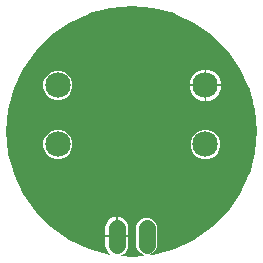
<source format=gbr>
G04 EAGLE Gerber RS-274X export*
G75*
%MOMM*%
%FSLAX34Y34*%
%LPD*%
%INTop Copper*%
%IPPOS*%
%AMOC8*
5,1,8,0,0,1.08239X$1,22.5*%
G01*
%ADD10C,1.422400*%
%ADD11C,2.159000*%

G36*
X99445Y9056D02*
X99445Y9056D01*
X99523Y9081D01*
X99603Y9106D01*
X99606Y9108D01*
X99610Y9110D01*
X99668Y9168D01*
X99729Y9225D01*
X99730Y9228D01*
X99733Y9231D01*
X99761Y9310D01*
X99789Y9387D01*
X99789Y9391D01*
X99790Y9395D01*
X99780Y9477D01*
X99771Y9559D01*
X99769Y9563D01*
X99768Y9567D01*
X99723Y9635D01*
X99678Y9706D01*
X99675Y9708D01*
X99673Y9711D01*
X99652Y9723D01*
X99557Y9786D01*
X96708Y10966D01*
X94278Y13396D01*
X92963Y16570D01*
X92963Y34230D01*
X94278Y37404D01*
X96708Y39834D01*
X99882Y41149D01*
X103318Y41149D01*
X106492Y39834D01*
X108922Y37404D01*
X110237Y34230D01*
X110237Y16570D01*
X108922Y13396D01*
X106492Y10966D01*
X104815Y10271D01*
X104790Y10254D01*
X104762Y10245D01*
X104721Y10204D01*
X104674Y10170D01*
X104660Y10144D01*
X104639Y10123D01*
X104620Y10068D01*
X104592Y10017D01*
X104592Y9988D01*
X104582Y9960D01*
X104589Y9902D01*
X104587Y9844D01*
X104600Y9817D01*
X104604Y9788D01*
X104635Y9739D01*
X104660Y9687D01*
X104683Y9668D01*
X104699Y9643D01*
X104749Y9614D01*
X104794Y9578D01*
X104823Y9571D01*
X104849Y9556D01*
X104926Y9548D01*
X104964Y9540D01*
X104978Y9543D01*
X104993Y9541D01*
X107303Y9743D01*
X107330Y9752D01*
X107368Y9755D01*
X125179Y14527D01*
X125204Y14540D01*
X125241Y14550D01*
X141953Y22343D01*
X141976Y22360D01*
X142011Y22376D01*
X157116Y32952D01*
X157134Y32973D01*
X157166Y32995D01*
X170205Y46034D01*
X170220Y46058D01*
X170248Y46084D01*
X180824Y61189D01*
X180835Y61215D01*
X180857Y61247D01*
X188650Y77959D01*
X188656Y77986D01*
X188673Y78021D01*
X193445Y95832D01*
X193446Y95846D01*
X193451Y95858D01*
X193451Y95876D01*
X193457Y95897D01*
X195064Y114267D01*
X195060Y114295D01*
X195064Y114333D01*
X193457Y132703D01*
X193448Y132729D01*
X193445Y132768D01*
X191968Y138281D01*
X191459Y140182D01*
X189115Y148928D01*
X188673Y150579D01*
X188660Y150604D01*
X188650Y150641D01*
X180857Y167353D01*
X180840Y167376D01*
X180824Y167411D01*
X170248Y182516D01*
X170233Y182528D01*
X170226Y182542D01*
X170217Y182548D01*
X170205Y182566D01*
X157166Y195605D01*
X157142Y195620D01*
X157116Y195648D01*
X142011Y206224D01*
X141985Y206235D01*
X141953Y206257D01*
X125241Y214050D01*
X125214Y214056D01*
X125179Y214073D01*
X107368Y218845D01*
X107340Y218846D01*
X107303Y218857D01*
X88933Y220464D01*
X88905Y220460D01*
X88867Y220464D01*
X70497Y218857D01*
X70470Y218848D01*
X70432Y218845D01*
X52621Y214073D01*
X52596Y214060D01*
X52559Y214050D01*
X35847Y206257D01*
X35824Y206240D01*
X35789Y206224D01*
X20684Y195648D01*
X20666Y195627D01*
X20634Y195605D01*
X7595Y182566D01*
X7580Y182542D01*
X7562Y182525D01*
X7556Y182520D01*
X7555Y182518D01*
X7552Y182516D01*
X-3024Y167411D01*
X-3035Y167385D01*
X-3057Y167353D01*
X-10850Y150641D01*
X-10856Y150614D01*
X-10873Y150579D01*
X-15645Y132768D01*
X-15646Y132740D01*
X-15657Y132703D01*
X-17264Y114333D01*
X-17260Y114305D01*
X-17264Y114267D01*
X-15657Y95897D01*
X-15648Y95870D01*
X-15645Y95832D01*
X-15554Y95491D01*
X-13211Y86746D01*
X-12701Y84844D01*
X-10873Y78021D01*
X-10864Y78004D01*
X-10863Y78000D01*
X-10858Y77990D01*
X-10850Y77959D01*
X-3057Y61247D01*
X-3040Y61224D01*
X-3024Y61189D01*
X7552Y46084D01*
X7573Y46066D01*
X7595Y46034D01*
X20634Y32995D01*
X20658Y32980D01*
X20684Y32952D01*
X35789Y22376D01*
X35815Y22365D01*
X35847Y22343D01*
X52559Y14550D01*
X52586Y14544D01*
X52621Y14527D01*
X70152Y9830D01*
X70177Y9829D01*
X70201Y9820D01*
X70263Y9826D01*
X70325Y9824D01*
X70348Y9835D01*
X70373Y9837D01*
X70426Y9870D01*
X70482Y9896D01*
X70499Y9916D01*
X70520Y9929D01*
X70553Y9982D01*
X70592Y10030D01*
X70597Y10055D01*
X70611Y10077D01*
X70616Y10139D01*
X70630Y10199D01*
X70624Y10224D01*
X70627Y10250D01*
X70604Y10308D01*
X70590Y10368D01*
X70573Y10387D01*
X70564Y10411D01*
X70502Y10473D01*
X70479Y10501D01*
X70469Y10506D01*
X70461Y10513D01*
X70047Y10790D01*
X68702Y12135D01*
X67646Y13716D01*
X66918Y15472D01*
X66547Y17337D01*
X66547Y24639D01*
X75819Y24639D01*
X75869Y24650D01*
X75920Y24652D01*
X75952Y24670D01*
X75988Y24678D01*
X76027Y24711D01*
X76072Y24735D01*
X76093Y24765D01*
X76121Y24788D01*
X76142Y24835D01*
X76171Y24877D01*
X76180Y24919D01*
X76192Y24947D01*
X76191Y24977D01*
X76199Y25019D01*
X76199Y25401D01*
X76201Y25401D01*
X76201Y25019D01*
X76213Y24969D01*
X76214Y24918D01*
X76232Y24886D01*
X76240Y24850D01*
X76273Y24811D01*
X76297Y24766D01*
X76327Y24745D01*
X76351Y24717D01*
X76397Y24696D01*
X76439Y24666D01*
X76481Y24658D01*
X76509Y24646D01*
X76539Y24647D01*
X76581Y24639D01*
X85853Y24639D01*
X85853Y17337D01*
X85852Y17333D01*
X85625Y16192D01*
X85482Y15472D01*
X84754Y13716D01*
X83698Y12135D01*
X82353Y10790D01*
X80772Y9734D01*
X80435Y9594D01*
X80368Y9546D01*
X80299Y9499D01*
X80297Y9495D01*
X80294Y9493D01*
X80255Y9420D01*
X80215Y9347D01*
X80214Y9343D01*
X80212Y9340D01*
X80210Y9258D01*
X80206Y9174D01*
X80208Y9171D01*
X80207Y9167D01*
X80242Y9091D01*
X80275Y9015D01*
X80278Y9013D01*
X80280Y9009D01*
X80344Y8957D01*
X80408Y8904D01*
X80412Y8903D01*
X80415Y8900D01*
X80438Y8895D01*
X80547Y8864D01*
X88867Y8136D01*
X88895Y8140D01*
X88933Y8136D01*
X99445Y9056D01*
G37*
%LPC*%
G36*
X23949Y140950D02*
X23949Y140950D01*
X19421Y142826D01*
X15956Y146291D01*
X14080Y150819D01*
X14080Y155721D01*
X15956Y160249D01*
X19421Y163714D01*
X23949Y165590D01*
X28851Y165590D01*
X33379Y163714D01*
X36844Y160249D01*
X38720Y155721D01*
X38720Y150819D01*
X36844Y146291D01*
X33379Y142826D01*
X28851Y140950D01*
X23949Y140950D01*
G37*
%LPD*%
%LPC*%
G36*
X148949Y90950D02*
X148949Y90950D01*
X144421Y92826D01*
X140956Y96291D01*
X139080Y100819D01*
X139080Y105721D01*
X140956Y110249D01*
X144421Y113714D01*
X148949Y115590D01*
X153851Y115590D01*
X158379Y113714D01*
X161844Y110249D01*
X163720Y105721D01*
X163720Y100819D01*
X161844Y96291D01*
X158379Y92826D01*
X153851Y90950D01*
X148949Y90950D01*
G37*
%LPD*%
%LPC*%
G36*
X23949Y90950D02*
X23949Y90950D01*
X19421Y92826D01*
X15956Y96291D01*
X14080Y100819D01*
X14080Y105721D01*
X15956Y110249D01*
X19421Y113714D01*
X23949Y115590D01*
X28851Y115590D01*
X33379Y113714D01*
X36844Y110249D01*
X38720Y105721D01*
X38720Y100819D01*
X36844Y96291D01*
X33379Y92826D01*
X28851Y90950D01*
X23949Y90950D01*
G37*
%LPD*%
%LPC*%
G36*
X76961Y26161D02*
X76961Y26161D01*
X76961Y42165D01*
X77151Y42165D01*
X79016Y41794D01*
X80772Y41066D01*
X82353Y40010D01*
X83698Y38665D01*
X84754Y37084D01*
X85482Y35328D01*
X85853Y33463D01*
X85853Y26161D01*
X76961Y26161D01*
G37*
%LPD*%
%LPC*%
G36*
X66547Y26161D02*
X66547Y26161D01*
X66547Y33463D01*
X66562Y33539D01*
X66638Y33919D01*
X66789Y34679D01*
X66789Y34680D01*
X66918Y35328D01*
X67646Y37084D01*
X68702Y38665D01*
X70047Y40010D01*
X71628Y41066D01*
X73384Y41794D01*
X75249Y42165D01*
X75439Y42165D01*
X75439Y26161D01*
X66547Y26161D01*
G37*
%LPD*%
%LPC*%
G36*
X152161Y154031D02*
X152161Y154031D01*
X152161Y166606D01*
X152450Y166606D01*
X154523Y166277D01*
X156519Y165629D01*
X158390Y164676D01*
X160088Y163442D01*
X161572Y161958D01*
X162806Y160260D01*
X163759Y158389D01*
X164407Y156393D01*
X164736Y154320D01*
X164736Y154031D01*
X152161Y154031D01*
G37*
%LPD*%
%LPC*%
G36*
X138064Y154031D02*
X138064Y154031D01*
X138064Y154320D01*
X138393Y156393D01*
X139041Y158389D01*
X139994Y160260D01*
X141228Y161958D01*
X142712Y163442D01*
X144410Y164676D01*
X146281Y165629D01*
X148277Y166277D01*
X150350Y166606D01*
X150639Y166606D01*
X150639Y154031D01*
X138064Y154031D01*
G37*
%LPD*%
%LPC*%
G36*
X152161Y139934D02*
X152161Y139934D01*
X152161Y152509D01*
X164736Y152509D01*
X164736Y152220D01*
X164407Y150147D01*
X163759Y148151D01*
X162806Y146280D01*
X161572Y144582D01*
X160088Y143098D01*
X158390Y141864D01*
X156519Y140911D01*
X154523Y140263D01*
X152450Y139934D01*
X152161Y139934D01*
G37*
%LPD*%
%LPC*%
G36*
X150350Y139934D02*
X150350Y139934D01*
X148277Y140263D01*
X146281Y140911D01*
X144410Y141864D01*
X142712Y143098D01*
X141228Y144582D01*
X139994Y146280D01*
X139041Y148151D01*
X138393Y150147D01*
X138064Y152220D01*
X138064Y152509D01*
X150639Y152509D01*
X150639Y139934D01*
X150350Y139934D01*
G37*
%LPD*%
%LPC*%
G36*
X151399Y153269D02*
X151399Y153269D01*
X151399Y153271D01*
X151401Y153271D01*
X151401Y153269D01*
X151399Y153269D01*
G37*
%LPD*%
D10*
X76200Y32512D02*
X76200Y18288D01*
X101600Y18288D02*
X101600Y32512D01*
D11*
X26400Y153270D03*
X26400Y103270D03*
X151400Y103270D03*
X151400Y153270D03*
M02*

</source>
